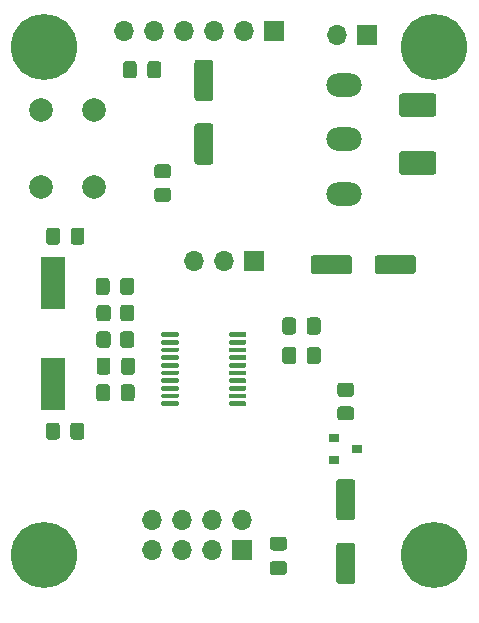
<source format=gbr>
G04 #@! TF.GenerationSoftware,KiCad,Pcbnew,5.1.9-73d0e3b20d~88~ubuntu18.04.1*
G04 #@! TF.CreationDate,2021-01-31T19:14:37+01:00*
G04 #@! TF.ProjectId,stm32_master_bt_bat,73746d33-325f-46d6-9173-7465725f6274,rev?*
G04 #@! TF.SameCoordinates,Original*
G04 #@! TF.FileFunction,Soldermask,Top*
G04 #@! TF.FilePolarity,Negative*
%FSLAX46Y46*%
G04 Gerber Fmt 4.6, Leading zero omitted, Abs format (unit mm)*
G04 Created by KiCad (PCBNEW 5.1.9-73d0e3b20d~88~ubuntu18.04.1) date 2021-01-31 19:14:37*
%MOMM*%
%LPD*%
G01*
G04 APERTURE LIST*
%ADD10R,1.700000X1.700000*%
%ADD11O,1.700000X1.700000*%
%ADD12C,5.600000*%
%ADD13R,0.900000X0.800000*%
%ADD14C,2.000000*%
%ADD15O,3.000000X2.000000*%
%ADD16R,2.000000X4.500000*%
G04 APERTURE END LIST*
D10*
X125700000Y-217100000D03*
D11*
X123160000Y-217100000D03*
X120620000Y-217100000D03*
D12*
X108000000Y-199000000D03*
G36*
G01*
X131375000Y-222125000D02*
X131375000Y-223075000D01*
G75*
G02*
X131125000Y-223325000I-250000J0D01*
G01*
X130450000Y-223325000D01*
G75*
G02*
X130200000Y-223075000I0J250000D01*
G01*
X130200000Y-222125000D01*
G75*
G02*
X130450000Y-221875000I250000J0D01*
G01*
X131125000Y-221875000D01*
G75*
G02*
X131375000Y-222125000I0J-250000D01*
G01*
G37*
G36*
G01*
X129300000Y-222125000D02*
X129300000Y-223075000D01*
G75*
G02*
X129050000Y-223325000I-250000J0D01*
G01*
X128375000Y-223325000D01*
G75*
G02*
X128125000Y-223075000I0J250000D01*
G01*
X128125000Y-222125000D01*
G75*
G02*
X128375000Y-221875000I250000J0D01*
G01*
X129050000Y-221875000D01*
G75*
G02*
X129300000Y-222125000I0J-250000D01*
G01*
G37*
G36*
G01*
X128275000Y-243687500D02*
X127325000Y-243687500D01*
G75*
G02*
X127075000Y-243437500I0J250000D01*
G01*
X127075000Y-242762500D01*
G75*
G02*
X127325000Y-242512500I250000J0D01*
G01*
X128275000Y-242512500D01*
G75*
G02*
X128525000Y-242762500I0J-250000D01*
G01*
X128525000Y-243437500D01*
G75*
G02*
X128275000Y-243687500I-250000J0D01*
G01*
G37*
G36*
G01*
X128275000Y-241612500D02*
X127325000Y-241612500D01*
G75*
G02*
X127075000Y-241362500I0J250000D01*
G01*
X127075000Y-240687500D01*
G75*
G02*
X127325000Y-240437500I250000J0D01*
G01*
X128275000Y-240437500D01*
G75*
G02*
X128525000Y-240687500I0J-250000D01*
G01*
X128525000Y-241362500D01*
G75*
G02*
X128275000Y-241612500I-250000J0D01*
G01*
G37*
D10*
X124700000Y-241600000D03*
D11*
X124700000Y-239060000D03*
X122160000Y-241600000D03*
X122160000Y-239060000D03*
X119620000Y-241600000D03*
X119620000Y-239060000D03*
X117080000Y-241600000D03*
X117080000Y-239060000D03*
G36*
G01*
X110212500Y-215475000D02*
X110212500Y-214525000D01*
G75*
G02*
X110462500Y-214275000I250000J0D01*
G01*
X111137500Y-214275000D01*
G75*
G02*
X111387500Y-214525000I0J-250000D01*
G01*
X111387500Y-215475000D01*
G75*
G02*
X111137500Y-215725000I-250000J0D01*
G01*
X110462500Y-215725000D01*
G75*
G02*
X110212500Y-215475000I0J250000D01*
G01*
G37*
G36*
G01*
X108137500Y-215475000D02*
X108137500Y-214525000D01*
G75*
G02*
X108387500Y-214275000I250000J0D01*
G01*
X109062500Y-214275000D01*
G75*
G02*
X109312500Y-214525000I0J-250000D01*
G01*
X109312500Y-215475000D01*
G75*
G02*
X109062500Y-215725000I-250000J0D01*
G01*
X108387500Y-215725000D01*
G75*
G02*
X108137500Y-215475000I0J250000D01*
G01*
G37*
G36*
G01*
X108125000Y-231975000D02*
X108125000Y-231025000D01*
G75*
G02*
X108375000Y-230775000I250000J0D01*
G01*
X109050000Y-230775000D01*
G75*
G02*
X109300000Y-231025000I0J-250000D01*
G01*
X109300000Y-231975000D01*
G75*
G02*
X109050000Y-232225000I-250000J0D01*
G01*
X108375000Y-232225000D01*
G75*
G02*
X108125000Y-231975000I0J250000D01*
G01*
G37*
G36*
G01*
X110200000Y-231975000D02*
X110200000Y-231025000D01*
G75*
G02*
X110450000Y-230775000I250000J0D01*
G01*
X111125000Y-230775000D01*
G75*
G02*
X111375000Y-231025000I0J-250000D01*
G01*
X111375000Y-231975000D01*
G75*
G02*
X111125000Y-232225000I-250000J0D01*
G01*
X110450000Y-232225000D01*
G75*
G02*
X110200000Y-231975000I0J250000D01*
G01*
G37*
G36*
G01*
X112337500Y-219725000D02*
X112337500Y-218775000D01*
G75*
G02*
X112587500Y-218525000I250000J0D01*
G01*
X113262500Y-218525000D01*
G75*
G02*
X113512500Y-218775000I0J-250000D01*
G01*
X113512500Y-219725000D01*
G75*
G02*
X113262500Y-219975000I-250000J0D01*
G01*
X112587500Y-219975000D01*
G75*
G02*
X112337500Y-219725000I0J250000D01*
G01*
G37*
G36*
G01*
X114412500Y-219725000D02*
X114412500Y-218775000D01*
G75*
G02*
X114662500Y-218525000I250000J0D01*
G01*
X115337500Y-218525000D01*
G75*
G02*
X115587500Y-218775000I0J-250000D01*
G01*
X115587500Y-219725000D01*
G75*
G02*
X115337500Y-219975000I-250000J0D01*
G01*
X114662500Y-219975000D01*
G75*
G02*
X114412500Y-219725000I0J250000D01*
G01*
G37*
G36*
G01*
X131387500Y-224625000D02*
X131387500Y-225575000D01*
G75*
G02*
X131137500Y-225825000I-250000J0D01*
G01*
X130462500Y-225825000D01*
G75*
G02*
X130212500Y-225575000I0J250000D01*
G01*
X130212500Y-224625000D01*
G75*
G02*
X130462500Y-224375000I250000J0D01*
G01*
X131137500Y-224375000D01*
G75*
G02*
X131387500Y-224625000I0J-250000D01*
G01*
G37*
G36*
G01*
X129312500Y-224625000D02*
X129312500Y-225575000D01*
G75*
G02*
X129062500Y-225825000I-250000J0D01*
G01*
X128387500Y-225825000D01*
G75*
G02*
X128137500Y-225575000I0J250000D01*
G01*
X128137500Y-224625000D01*
G75*
G02*
X128387500Y-224375000I250000J0D01*
G01*
X129062500Y-224375000D01*
G75*
G02*
X129312500Y-224625000I0J-250000D01*
G01*
G37*
G36*
G01*
X113587500Y-225525000D02*
X113587500Y-226475000D01*
G75*
G02*
X113337500Y-226725000I-250000J0D01*
G01*
X112662500Y-226725000D01*
G75*
G02*
X112412500Y-226475000I0J250000D01*
G01*
X112412500Y-225525000D01*
G75*
G02*
X112662500Y-225275000I250000J0D01*
G01*
X113337500Y-225275000D01*
G75*
G02*
X113587500Y-225525000I0J-250000D01*
G01*
G37*
G36*
G01*
X115662500Y-225525000D02*
X115662500Y-226475000D01*
G75*
G02*
X115412500Y-226725000I-250000J0D01*
G01*
X114737500Y-226725000D01*
G75*
G02*
X114487500Y-226475000I0J250000D01*
G01*
X114487500Y-225525000D01*
G75*
G02*
X114737500Y-225275000I250000J0D01*
G01*
X115412500Y-225275000D01*
G75*
G02*
X115662500Y-225525000I0J-250000D01*
G01*
G37*
G36*
G01*
X116712500Y-201375000D02*
X116712500Y-200425000D01*
G75*
G02*
X116962500Y-200175000I250000J0D01*
G01*
X117637500Y-200175000D01*
G75*
G02*
X117887500Y-200425000I0J-250000D01*
G01*
X117887500Y-201375000D01*
G75*
G02*
X117637500Y-201625000I-250000J0D01*
G01*
X116962500Y-201625000D01*
G75*
G02*
X116712500Y-201375000I0J250000D01*
G01*
G37*
G36*
G01*
X114637500Y-201375000D02*
X114637500Y-200425000D01*
G75*
G02*
X114887500Y-200175000I250000J0D01*
G01*
X115562500Y-200175000D01*
G75*
G02*
X115812500Y-200425000I0J-250000D01*
G01*
X115812500Y-201375000D01*
G75*
G02*
X115562500Y-201625000I-250000J0D01*
G01*
X114887500Y-201625000D01*
G75*
G02*
X114637500Y-201375000I0J250000D01*
G01*
G37*
D10*
X135300000Y-198000000D03*
D11*
X132760000Y-198000000D03*
D13*
X132500000Y-232050000D03*
X132500000Y-233950000D03*
X134500000Y-233000000D03*
G36*
G01*
X113600000Y-221049999D02*
X113600000Y-221950001D01*
G75*
G02*
X113350001Y-222200000I-249999J0D01*
G01*
X112649999Y-222200000D01*
G75*
G02*
X112400000Y-221950001I0J249999D01*
G01*
X112400000Y-221049999D01*
G75*
G02*
X112649999Y-220800000I249999J0D01*
G01*
X113350001Y-220800000D01*
G75*
G02*
X113600000Y-221049999I0J-249999D01*
G01*
G37*
G36*
G01*
X115600000Y-221049999D02*
X115600000Y-221950001D01*
G75*
G02*
X115350001Y-222200000I-249999J0D01*
G01*
X114649999Y-222200000D01*
G75*
G02*
X114400000Y-221950001I0J249999D01*
G01*
X114400000Y-221049999D01*
G75*
G02*
X114649999Y-220800000I249999J0D01*
G01*
X115350001Y-220800000D01*
G75*
G02*
X115600000Y-221049999I0J-249999D01*
G01*
G37*
G36*
G01*
X115600000Y-223299999D02*
X115600000Y-224200001D01*
G75*
G02*
X115350001Y-224450000I-249999J0D01*
G01*
X114649999Y-224450000D01*
G75*
G02*
X114400000Y-224200001I0J249999D01*
G01*
X114400000Y-223299999D01*
G75*
G02*
X114649999Y-223050000I249999J0D01*
G01*
X115350001Y-223050000D01*
G75*
G02*
X115600000Y-223299999I0J-249999D01*
G01*
G37*
G36*
G01*
X113600000Y-223299999D02*
X113600000Y-224200001D01*
G75*
G02*
X113350001Y-224450000I-249999J0D01*
G01*
X112649999Y-224450000D01*
G75*
G02*
X112400000Y-224200001I0J249999D01*
G01*
X112400000Y-223299999D01*
G75*
G02*
X112649999Y-223050000I249999J0D01*
G01*
X113350001Y-223050000D01*
G75*
G02*
X113600000Y-223299999I0J-249999D01*
G01*
G37*
G36*
G01*
X118450001Y-212100000D02*
X117549999Y-212100000D01*
G75*
G02*
X117300000Y-211850001I0J249999D01*
G01*
X117300000Y-211149999D01*
G75*
G02*
X117549999Y-210900000I249999J0D01*
G01*
X118450001Y-210900000D01*
G75*
G02*
X118700000Y-211149999I0J-249999D01*
G01*
X118700000Y-211850001D01*
G75*
G02*
X118450001Y-212100000I-249999J0D01*
G01*
G37*
G36*
G01*
X118450001Y-210100000D02*
X117549999Y-210100000D01*
G75*
G02*
X117300000Y-209850001I0J249999D01*
G01*
X117300000Y-209149999D01*
G75*
G02*
X117549999Y-208900000I249999J0D01*
G01*
X118450001Y-208900000D01*
G75*
G02*
X118700000Y-209149999I0J-249999D01*
G01*
X118700000Y-209850001D01*
G75*
G02*
X118450001Y-210100000I-249999J0D01*
G01*
G37*
G36*
G01*
X133049999Y-227400000D02*
X133950001Y-227400000D01*
G75*
G02*
X134200000Y-227649999I0J-249999D01*
G01*
X134200000Y-228350001D01*
G75*
G02*
X133950001Y-228600000I-249999J0D01*
G01*
X133049999Y-228600000D01*
G75*
G02*
X132800000Y-228350001I0J249999D01*
G01*
X132800000Y-227649999D01*
G75*
G02*
X133049999Y-227400000I249999J0D01*
G01*
G37*
G36*
G01*
X133049999Y-229400000D02*
X133950001Y-229400000D01*
G75*
G02*
X134200000Y-229649999I0J-249999D01*
G01*
X134200000Y-230350001D01*
G75*
G02*
X133950001Y-230600000I-249999J0D01*
G01*
X133049999Y-230600000D01*
G75*
G02*
X132800000Y-230350001I0J249999D01*
G01*
X132800000Y-229649999D01*
G75*
G02*
X133049999Y-229400000I249999J0D01*
G01*
G37*
G36*
G01*
X117900000Y-223425000D02*
X117900000Y-223225000D01*
G75*
G02*
X118000000Y-223125000I100000J0D01*
G01*
X119275000Y-223125000D01*
G75*
G02*
X119375000Y-223225000I0J-100000D01*
G01*
X119375000Y-223425000D01*
G75*
G02*
X119275000Y-223525000I-100000J0D01*
G01*
X118000000Y-223525000D01*
G75*
G02*
X117900000Y-223425000I0J100000D01*
G01*
G37*
G36*
G01*
X117900000Y-224075000D02*
X117900000Y-223875000D01*
G75*
G02*
X118000000Y-223775000I100000J0D01*
G01*
X119275000Y-223775000D01*
G75*
G02*
X119375000Y-223875000I0J-100000D01*
G01*
X119375000Y-224075000D01*
G75*
G02*
X119275000Y-224175000I-100000J0D01*
G01*
X118000000Y-224175000D01*
G75*
G02*
X117900000Y-224075000I0J100000D01*
G01*
G37*
G36*
G01*
X117900000Y-224725000D02*
X117900000Y-224525000D01*
G75*
G02*
X118000000Y-224425000I100000J0D01*
G01*
X119275000Y-224425000D01*
G75*
G02*
X119375000Y-224525000I0J-100000D01*
G01*
X119375000Y-224725000D01*
G75*
G02*
X119275000Y-224825000I-100000J0D01*
G01*
X118000000Y-224825000D01*
G75*
G02*
X117900000Y-224725000I0J100000D01*
G01*
G37*
G36*
G01*
X117900000Y-225375000D02*
X117900000Y-225175000D01*
G75*
G02*
X118000000Y-225075000I100000J0D01*
G01*
X119275000Y-225075000D01*
G75*
G02*
X119375000Y-225175000I0J-100000D01*
G01*
X119375000Y-225375000D01*
G75*
G02*
X119275000Y-225475000I-100000J0D01*
G01*
X118000000Y-225475000D01*
G75*
G02*
X117900000Y-225375000I0J100000D01*
G01*
G37*
G36*
G01*
X117900000Y-226025000D02*
X117900000Y-225825000D01*
G75*
G02*
X118000000Y-225725000I100000J0D01*
G01*
X119275000Y-225725000D01*
G75*
G02*
X119375000Y-225825000I0J-100000D01*
G01*
X119375000Y-226025000D01*
G75*
G02*
X119275000Y-226125000I-100000J0D01*
G01*
X118000000Y-226125000D01*
G75*
G02*
X117900000Y-226025000I0J100000D01*
G01*
G37*
G36*
G01*
X117900000Y-226675000D02*
X117900000Y-226475000D01*
G75*
G02*
X118000000Y-226375000I100000J0D01*
G01*
X119275000Y-226375000D01*
G75*
G02*
X119375000Y-226475000I0J-100000D01*
G01*
X119375000Y-226675000D01*
G75*
G02*
X119275000Y-226775000I-100000J0D01*
G01*
X118000000Y-226775000D01*
G75*
G02*
X117900000Y-226675000I0J100000D01*
G01*
G37*
G36*
G01*
X117900000Y-227325000D02*
X117900000Y-227125000D01*
G75*
G02*
X118000000Y-227025000I100000J0D01*
G01*
X119275000Y-227025000D01*
G75*
G02*
X119375000Y-227125000I0J-100000D01*
G01*
X119375000Y-227325000D01*
G75*
G02*
X119275000Y-227425000I-100000J0D01*
G01*
X118000000Y-227425000D01*
G75*
G02*
X117900000Y-227325000I0J100000D01*
G01*
G37*
G36*
G01*
X117900000Y-227975000D02*
X117900000Y-227775000D01*
G75*
G02*
X118000000Y-227675000I100000J0D01*
G01*
X119275000Y-227675000D01*
G75*
G02*
X119375000Y-227775000I0J-100000D01*
G01*
X119375000Y-227975000D01*
G75*
G02*
X119275000Y-228075000I-100000J0D01*
G01*
X118000000Y-228075000D01*
G75*
G02*
X117900000Y-227975000I0J100000D01*
G01*
G37*
G36*
G01*
X117900000Y-228625000D02*
X117900000Y-228425000D01*
G75*
G02*
X118000000Y-228325000I100000J0D01*
G01*
X119275000Y-228325000D01*
G75*
G02*
X119375000Y-228425000I0J-100000D01*
G01*
X119375000Y-228625000D01*
G75*
G02*
X119275000Y-228725000I-100000J0D01*
G01*
X118000000Y-228725000D01*
G75*
G02*
X117900000Y-228625000I0J100000D01*
G01*
G37*
G36*
G01*
X117900000Y-229275000D02*
X117900000Y-229075000D01*
G75*
G02*
X118000000Y-228975000I100000J0D01*
G01*
X119275000Y-228975000D01*
G75*
G02*
X119375000Y-229075000I0J-100000D01*
G01*
X119375000Y-229275000D01*
G75*
G02*
X119275000Y-229375000I-100000J0D01*
G01*
X118000000Y-229375000D01*
G75*
G02*
X117900000Y-229275000I0J100000D01*
G01*
G37*
G36*
G01*
X123625000Y-229275000D02*
X123625000Y-229075000D01*
G75*
G02*
X123725000Y-228975000I100000J0D01*
G01*
X125000000Y-228975000D01*
G75*
G02*
X125100000Y-229075000I0J-100000D01*
G01*
X125100000Y-229275000D01*
G75*
G02*
X125000000Y-229375000I-100000J0D01*
G01*
X123725000Y-229375000D01*
G75*
G02*
X123625000Y-229275000I0J100000D01*
G01*
G37*
G36*
G01*
X123625000Y-228625000D02*
X123625000Y-228425000D01*
G75*
G02*
X123725000Y-228325000I100000J0D01*
G01*
X125000000Y-228325000D01*
G75*
G02*
X125100000Y-228425000I0J-100000D01*
G01*
X125100000Y-228625000D01*
G75*
G02*
X125000000Y-228725000I-100000J0D01*
G01*
X123725000Y-228725000D01*
G75*
G02*
X123625000Y-228625000I0J100000D01*
G01*
G37*
G36*
G01*
X123625000Y-227975000D02*
X123625000Y-227775000D01*
G75*
G02*
X123725000Y-227675000I100000J0D01*
G01*
X125000000Y-227675000D01*
G75*
G02*
X125100000Y-227775000I0J-100000D01*
G01*
X125100000Y-227975000D01*
G75*
G02*
X125000000Y-228075000I-100000J0D01*
G01*
X123725000Y-228075000D01*
G75*
G02*
X123625000Y-227975000I0J100000D01*
G01*
G37*
G36*
G01*
X123625000Y-227325000D02*
X123625000Y-227125000D01*
G75*
G02*
X123725000Y-227025000I100000J0D01*
G01*
X125000000Y-227025000D01*
G75*
G02*
X125100000Y-227125000I0J-100000D01*
G01*
X125100000Y-227325000D01*
G75*
G02*
X125000000Y-227425000I-100000J0D01*
G01*
X123725000Y-227425000D01*
G75*
G02*
X123625000Y-227325000I0J100000D01*
G01*
G37*
G36*
G01*
X123625000Y-226675000D02*
X123625000Y-226475000D01*
G75*
G02*
X123725000Y-226375000I100000J0D01*
G01*
X125000000Y-226375000D01*
G75*
G02*
X125100000Y-226475000I0J-100000D01*
G01*
X125100000Y-226675000D01*
G75*
G02*
X125000000Y-226775000I-100000J0D01*
G01*
X123725000Y-226775000D01*
G75*
G02*
X123625000Y-226675000I0J100000D01*
G01*
G37*
G36*
G01*
X123625000Y-226025000D02*
X123625000Y-225825000D01*
G75*
G02*
X123725000Y-225725000I100000J0D01*
G01*
X125000000Y-225725000D01*
G75*
G02*
X125100000Y-225825000I0J-100000D01*
G01*
X125100000Y-226025000D01*
G75*
G02*
X125000000Y-226125000I-100000J0D01*
G01*
X123725000Y-226125000D01*
G75*
G02*
X123625000Y-226025000I0J100000D01*
G01*
G37*
G36*
G01*
X123625000Y-225375000D02*
X123625000Y-225175000D01*
G75*
G02*
X123725000Y-225075000I100000J0D01*
G01*
X125000000Y-225075000D01*
G75*
G02*
X125100000Y-225175000I0J-100000D01*
G01*
X125100000Y-225375000D01*
G75*
G02*
X125000000Y-225475000I-100000J0D01*
G01*
X123725000Y-225475000D01*
G75*
G02*
X123625000Y-225375000I0J100000D01*
G01*
G37*
G36*
G01*
X123625000Y-224725000D02*
X123625000Y-224525000D01*
G75*
G02*
X123725000Y-224425000I100000J0D01*
G01*
X125000000Y-224425000D01*
G75*
G02*
X125100000Y-224525000I0J-100000D01*
G01*
X125100000Y-224725000D01*
G75*
G02*
X125000000Y-224825000I-100000J0D01*
G01*
X123725000Y-224825000D01*
G75*
G02*
X123625000Y-224725000I0J100000D01*
G01*
G37*
G36*
G01*
X123625000Y-224075000D02*
X123625000Y-223875000D01*
G75*
G02*
X123725000Y-223775000I100000J0D01*
G01*
X125000000Y-223775000D01*
G75*
G02*
X125100000Y-223875000I0J-100000D01*
G01*
X125100000Y-224075000D01*
G75*
G02*
X125000000Y-224175000I-100000J0D01*
G01*
X123725000Y-224175000D01*
G75*
G02*
X123625000Y-224075000I0J100000D01*
G01*
G37*
G36*
G01*
X123625000Y-223425000D02*
X123625000Y-223225000D01*
G75*
G02*
X123725000Y-223125000I100000J0D01*
G01*
X125000000Y-223125000D01*
G75*
G02*
X125100000Y-223225000I0J-100000D01*
G01*
X125100000Y-223425000D01*
G75*
G02*
X125000000Y-223525000I-100000J0D01*
G01*
X123725000Y-223525000D01*
G75*
G02*
X123625000Y-223425000I0J100000D01*
G01*
G37*
G36*
G01*
X135950000Y-217950000D02*
X135950000Y-216850000D01*
G75*
G02*
X136200000Y-216600000I250000J0D01*
G01*
X139200000Y-216600000D01*
G75*
G02*
X139450000Y-216850000I0J-250000D01*
G01*
X139450000Y-217950000D01*
G75*
G02*
X139200000Y-218200000I-250000J0D01*
G01*
X136200000Y-218200000D01*
G75*
G02*
X135950000Y-217950000I0J250000D01*
G01*
G37*
G36*
G01*
X130550000Y-217950000D02*
X130550000Y-216850000D01*
G75*
G02*
X130800000Y-216600000I250000J0D01*
G01*
X133800000Y-216600000D01*
G75*
G02*
X134050000Y-216850000I0J-250000D01*
G01*
X134050000Y-217950000D01*
G75*
G02*
X133800000Y-218200000I-250000J0D01*
G01*
X130800000Y-218200000D01*
G75*
G02*
X130550000Y-217950000I0J250000D01*
G01*
G37*
G36*
G01*
X120950000Y-200050000D02*
X122050000Y-200050000D01*
G75*
G02*
X122300000Y-200300000I0J-250000D01*
G01*
X122300000Y-203300000D01*
G75*
G02*
X122050000Y-203550000I-250000J0D01*
G01*
X120950000Y-203550000D01*
G75*
G02*
X120700000Y-203300000I0J250000D01*
G01*
X120700000Y-200300000D01*
G75*
G02*
X120950000Y-200050000I250000J0D01*
G01*
G37*
G36*
G01*
X120950000Y-205450000D02*
X122050000Y-205450000D01*
G75*
G02*
X122300000Y-205700000I0J-250000D01*
G01*
X122300000Y-208700000D01*
G75*
G02*
X122050000Y-208950000I-250000J0D01*
G01*
X120950000Y-208950000D01*
G75*
G02*
X120700000Y-208700000I0J250000D01*
G01*
X120700000Y-205700000D01*
G75*
G02*
X120950000Y-205450000I250000J0D01*
G01*
G37*
G36*
G01*
X132950000Y-235550000D02*
X134050000Y-235550000D01*
G75*
G02*
X134300000Y-235800000I0J-250000D01*
G01*
X134300000Y-238800000D01*
G75*
G02*
X134050000Y-239050000I-250000J0D01*
G01*
X132950000Y-239050000D01*
G75*
G02*
X132700000Y-238800000I0J250000D01*
G01*
X132700000Y-235800000D01*
G75*
G02*
X132950000Y-235550000I250000J0D01*
G01*
G37*
G36*
G01*
X132950000Y-240950000D02*
X134050000Y-240950000D01*
G75*
G02*
X134300000Y-241200000I0J-250000D01*
G01*
X134300000Y-244200000D01*
G75*
G02*
X134050000Y-244450000I-250000J0D01*
G01*
X132950000Y-244450000D01*
G75*
G02*
X132700000Y-244200000I0J250000D01*
G01*
X132700000Y-241200000D01*
G75*
G02*
X132950000Y-240950000I250000J0D01*
G01*
G37*
D14*
X112200000Y-210800000D03*
X107700000Y-210800000D03*
X112200000Y-204300000D03*
X107700000Y-204300000D03*
G36*
G01*
X113550000Y-227775000D02*
X113550000Y-228725000D01*
G75*
G02*
X113300000Y-228975000I-250000J0D01*
G01*
X112625000Y-228975000D01*
G75*
G02*
X112375000Y-228725000I0J250000D01*
G01*
X112375000Y-227775000D01*
G75*
G02*
X112625000Y-227525000I250000J0D01*
G01*
X113300000Y-227525000D01*
G75*
G02*
X113550000Y-227775000I0J-250000D01*
G01*
G37*
G36*
G01*
X115625000Y-227775000D02*
X115625000Y-228725000D01*
G75*
G02*
X115375000Y-228975000I-250000J0D01*
G01*
X114700000Y-228975000D01*
G75*
G02*
X114450000Y-228725000I0J250000D01*
G01*
X114450000Y-227775000D01*
G75*
G02*
X114700000Y-227525000I250000J0D01*
G01*
X115375000Y-227525000D01*
G75*
G02*
X115625000Y-227775000I0J-250000D01*
G01*
G37*
G36*
G01*
X138275000Y-202900000D02*
X140925000Y-202900000D01*
G75*
G02*
X141175000Y-203150000I0J-250000D01*
G01*
X141175000Y-204650000D01*
G75*
G02*
X140925000Y-204900000I-250000J0D01*
G01*
X138275000Y-204900000D01*
G75*
G02*
X138025000Y-204650000I0J250000D01*
G01*
X138025000Y-203150000D01*
G75*
G02*
X138275000Y-202900000I250000J0D01*
G01*
G37*
G36*
G01*
X138275000Y-207800000D02*
X140925000Y-207800000D01*
G75*
G02*
X141175000Y-208050000I0J-250000D01*
G01*
X141175000Y-209550000D01*
G75*
G02*
X140925000Y-209800000I-250000J0D01*
G01*
X138275000Y-209800000D01*
G75*
G02*
X138025000Y-209550000I0J250000D01*
G01*
X138025000Y-208050000D01*
G75*
G02*
X138275000Y-207800000I250000J0D01*
G01*
G37*
D12*
X108000000Y-242000000D03*
X141000000Y-199000000D03*
X141000000Y-242000000D03*
D15*
X133400000Y-202200000D03*
X133400000Y-206800000D03*
X133400000Y-211400000D03*
D16*
X108750000Y-219000000D03*
X108750000Y-227500000D03*
D10*
X127400000Y-197600000D03*
D11*
X124860000Y-197600000D03*
X122320000Y-197600000D03*
X119780000Y-197600000D03*
X117240000Y-197600000D03*
X114700000Y-197600000D03*
M02*

</source>
